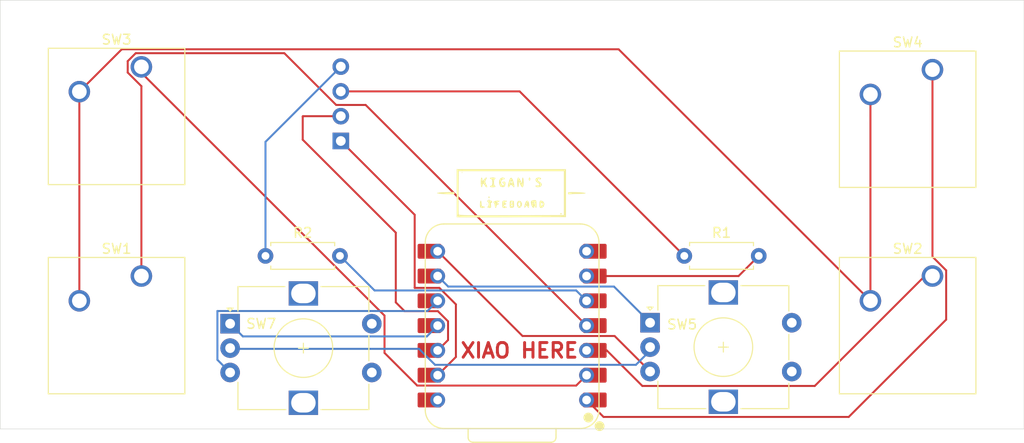
<source format=kicad_pcb>
(kicad_pcb (version 20241229) (generator "pcbnew") (generator_version "9.0")
  (layers (0 "F.Cu" signal) (2 "B.Cu" signal) (13 "F.Paste" user) (15 "B.Paste" user) (5 "F.SilkS" user "F.Silkscreen") (7 "B.SilkS" user "B.Silkscreen") (1 "F.Mask" user) (3 "B.Mask" user) (25 "Edge.Cuts" user))
  (net 0 "")
  (net 1 "Net-(J1-SDA)")
  (net 2 "Net-(J1-SCL)")
  (net 3 "Net-(J1-VCC)")
  (net 4 "Net-(J1-GND)")
  (net 5 "GND")
  (net 6 "Net-(U1-GPIO28_A2_D2)")
  (net 7 "Net-(U1-GPIO7_D5_SCL)")
  (net 8 "Net-(U1-GPIO6_D4_SDA)")
  (net 9 "Net-(U1-GPIO29_A3_D3)")
  (net 10 "Net-(U1-GPIO1_D7_CSn_RX)")
  (net 11 "Net-(U1-GPIO2_D8_SCK)")
  (net 12 "Net-(SW5-PadC)")
  (net 13 "Net-(U1-GPIO4_D9_MISO)")
  (net 14 "Net-(U1-GPIO3_D10_MOSI)")
  (net 15 "Net-(U1-GPIO27_A1_D1)")
  (net 16 "+5V")
  (net 17 "Net-(U1-GPIO26_A0_D0)")
  (footprint "Button_Switch_Keyboard:SW_Cherry_MX_1.00u_PCB" (layer "F.Cu") (at 110.99925 82.42425)
    (property "Reference" "SW3" (at -2.54 -2.794 0) (layer "F.SilkS"))
    (property "Value" "SW_Push")
    (fp_line (start -9.525 -1.905) (end 4.445 -1.905) (stroke (width 0.12)) (layer "F.SilkS"))
    (fp_line (start -9.525 12.065) (end -9.525 -1.905) (stroke (width 0.12)) (layer "F.SilkS"))
    (fp_line (start 4.445 -1.905) (end 4.445 12.065) (stroke (width 0.12)) (layer "F.SilkS"))
    (fp_line (start 4.445 12.065) (end -9.525 12.065) (stroke (width 0.12)) (layer "F.SilkS"))
    (pad "" np_thru_hole circle (at -7.62 5.08) (size 1.7 1.7) (drill 1.7) (layers "*.Cu" "*.Mask"))
    (pad "" np_thru_hole circle (at -2.54 5.08) (size 4 4) (drill 4) (layers "*.Cu" "*.Mask"))
    (pad "" np_thru_hole circle (at 2.54 5.08) (size 1.7 1.7) (drill 1.7) (layers "*.Cu" "*.Mask"))
    (pad "1" thru_hole circle (at 0 0) (size 2.2 2.2) (drill 1.5) (layers "*.Cu" "*.Mask") (net 15 "Net-(U1-GPIO27_A1_D1)"))
    (pad "2" thru_hole circle (at -6.35 2.54) (size 2.2 2.2) (drill 1.5) (layers "*.Cu" "*.Mask") (net 5 "GND"))
  )
  (footprint "Rotary_Encoder:RotaryEncoder_Alps_EC12E-Switch_Vertical_H20mm" (layer "F.Cu") (at 120.08 108.74)
    (property "Reference" "SW7" (at 3.18 0.01 0) (layer "F.SilkS"))
    (property "Value" "RotaryEncoder")
    (fp_line (start -0.3 -1.6) (end 0.3 -1.6) (stroke (width 0.12)) (layer "F.SilkS"))
    (fp_line (start 0 -1.3) (end -0.3 -1.6) (stroke (width 0.12)) (layer "F.SilkS"))
    (fp_line (start 0.3 -1.6) (end 0 -1.3) (stroke (width 0.12)) (layer "F.SilkS"))
    (fp_line (start 0.8 -3.8) (end 0.8 -1.3) (stroke (width 0.12)) (layer "F.SilkS"))
    (fp_line (start 0.8 8.8) (end 0.8 6) (stroke (width 0.12)) (layer "F.SilkS"))
    (fp_line (start 5.6 -3.8) (end 0.8 -3.8) (stroke (width 0.12)) (layer "F.SilkS"))
    (fp_line (start 5.7 8.8) (end 0.8 8.8) (stroke (width 0.12)) (layer "F.SilkS"))
    (fp_line (start 7 2.5) (end 8 2.5) (stroke (width 0.12)) (layer "F.SilkS"))
    (fp_line (start 7.5 2) (end 7.5 3) (stroke (width 0.12)) (layer "F.SilkS"))
    (fp_line (start 9.3 -3.8) (end 14.2 -3.8) (stroke (width 0.12)) (layer "F.SilkS"))
    (fp_line (start 14.2 -3.8) (end 14.2 -1.2) (stroke (width 0.12)) (layer "F.SilkS"))
    (fp_line (start 14.2 1.2) (end 14.2 3.8) (stroke (width 0.12)) (layer "F.SilkS"))
    (fp_line (start 14.2 6.2) (end 14.2 8.8) (stroke (width 0.12)) (layer "F.SilkS"))
    (fp_line (start 14.2 8.8) (end 9.3 8.8) (stroke (width 0.12)) (layer "F.SilkS"))
    (fp_circle (center 7.5 2.5) (end 10.5 2.5) (stroke (width 0.12)) (fill no) (layer "F.SilkS"))
    (pad "A" thru_hole rect (at 0 0) (size 2 2) (drill 1) (layers "*.Cu" "*.Mask") (net 14 "Net-(U1-GPIO3_D10_MOSI)"))
    (pad "B" thru_hole circle (at 0 5) (size 2 2) (drill 1) (layers "*.Cu" "*.Mask") (net 13 "Net-(U1-GPIO4_D9_MISO)"))
    (pad "C" thru_hole circle (at 0 2.5) (size 2 2) (drill 1) (layers "*.Cu" "*.Mask") (net 12 "Net-(SW5-PadC)"))
    (pad "MP" thru_hole rect (at 7.5 -3.1) (size 3 2.5) (drill oval 2.5 2) (layers "*.Cu" "*.Mask"))
    (pad "MP" thru_hole rect (at 7.5 8.1) (size 3 2.5) (drill oval 2.5 2) (layers "*.Cu" "*.Mask"))
    (pad "S1" thru_hole circle (at 14.5 0) (size 2 2) (drill 1) (layers "*.Cu" "*.Mask"))
    (pad "S2" thru_hole circle (at 14.5 5) (size 2 2) (drill 1) (layers "*.Cu" "*.Mask"))
  )
  (footprint "ScottoKeebs_Components:OLED_128x32" (layer "F.Cu") (at 129.80675 80.218)
    (property "Reference" "J1" (hide yes))
    (property "Value" "OLED_128x32")
    (pad "1" thru_hole rect (at 1.6 9.8 180) (size 1.7 1.7) (drill 1) (layers "*.Cu" "*.Mask") (net 4 "Net-(J1-GND)"))
    (pad "2" thru_hole oval (at 1.6 7.26 180) (size 1.7 1.7) (drill 1) (layers "*.Cu" "*.Mask") (net 3 "Net-(J1-VCC)"))
    (pad "3" thru_hole oval (at 1.6 4.72 180) (size 1.7 1.7) (drill 1) (layers "*.Cu" "*.Mask") (net 2 "Net-(J1-SCL)"))
    (pad "4" thru_hole oval (at 1.6 2.18 180) (size 1.7 1.7) (drill 1) (layers "*.Cu" "*.Mask") (net 1 "Net-(J1-SDA)"))
  )
  (footprint "LOGO" (layer "F.Cu") (at 148.86 95.36)
    (property "Reference" "G***" (hide yes))
    (property "Value" "LOGO" (hide yes))
    (fp_poly (pts (xy -2.455334 1.142999) (xy -2.497667 1.185333) (xy -2.540001 1.142999) (xy -2.497667 1.100666)) (fill yes) (layer "F.SilkS"))
    (fp_poly (pts (xy -5.023556 -2.173112) (xy -5.013423 -2.072632) (xy -5.023556 -2.060223) (xy -5.073891 -2.071845) (xy -5.080001 -2.116667) (xy -5.049023 -2.186358)) (fill yes) (layer "F.SilkS"))
    (fp_poly (pts (xy -2.229556 0.620888) (xy -2.241179 0.671222) (xy -2.286001 0.677333) (xy -2.355691 0.646354) (xy -2.342445 0.620888) (xy -2.241966 0.610755)) (fill yes) (layer "F.SilkS"))
    (fp_poly (pts (xy -2.203794 0.403095) (xy -2.201334 0.423333) (xy -2.265763 0.505539) (xy -2.286001 0.507999) (xy -2.368207 0.44357) (xy -2.370667 0.423333) (xy -2.306238 0.341126) (xy -2.286001 0.338666)) (fill yes) (layer "F.SilkS"))
    (fp_poly (pts (xy 1.931456 -1.537755) (xy 1.947333 -1.439334) (xy 1.911876 -1.301754) (xy 1.862666 -1.270001) (xy 1.793876 -1.340913) (xy 1.777999 -1.439334) (xy 1.813455 -1.576915) (xy 1.862666 -1.608667)) (fill yes) (layer "F.SilkS"))
    (fp_poly (pts (xy 5.162206 2.096428) (xy 5.164666 2.116666) (xy 5.100237 2.198872) (xy 5.079999 2.201333) (xy 4.997793 2.136903) (xy 4.995333 2.116666) (xy 5.059762 2.034459) (xy 5.079999 2.031999)) (fill yes) (layer "F.SilkS"))
    (fp_poly (pts (xy -3.076705 0.836428) (xy -3.048732 1.019443) (xy -3.048001 1.058333) (xy -3.029059 1.262572) (xy -2.955112 1.344979) (xy -2.878667 1.354666) (xy -2.741087 1.390122) (xy -2.709334 1.439333) (xy -2.782907 1.49878) (xy -2.960174 1.523993) (xy -2.963334 1.523999) (xy -3.119523 1.512955) (xy -3.193499 1.449185) (xy -3.215898 1.286735) (xy -3.217334 1.142999) (xy -3.200518 0.91578) (xy -3.15797 0.779482) (xy -3.132667 0.761999)) (fill yes) (layer "F.SilkS"))
    (fp_poly (pts (xy -5.818339 -0.066271) (xy -5.805305 0.045676) (xy -5.874866 0.120904) (xy -5.884334 0.122458) (xy -6.000988 0.123961) (xy -6.245472 0.120188) (xy -6.576394 0.11192) (xy -6.794501 0.105281) (xy -7.145653 0.08613) (xy -7.422341 0.056226) (xy -7.588424 0.020313) (xy -7.620001 -0.003067) (xy -7.541118 -0.040131) (xy -7.327579 -0.071073) (xy -7.014048 -0.09183) (xy -6.815667 -0.097367) (xy -6.454713 -0.103749) (xy -6.153072 -0.110344) (xy -5.954248 -0.116138) (xy -5.905501 -0.118534)) (fill yes) (layer "F.SilkS"))
    (fp_poly (pts (xy 6.462256 -0.10783) (xy 6.798635 -0.096971) (xy 7.124319 -0.077545) (xy 7.397072 -0.051346) (xy 7.574662 -0.020164) (xy 7.619999 0.005622) (xy 7.541679 0.040574) (xy 7.332013 0.067615) (xy 7.028943 0.082775) (xy 6.864924 0.084666) (xy 6.511813 0.08984) (xy 6.2154 0.103655) (xy 6.022504 0.123555) (xy 5.984488 0.132771) (xy 5.842271 0.123566) (xy 5.798674 0.083061) (xy 5.786975 -0.040014) (xy 5.811276 -0.071101) (xy 5.926342 -0.096687) (xy 6.157413 -0.108333)) (fill yes) (layer "F.SilkS"))
    (fp_poly (pts (xy 3.246972 0.835497) (xy 3.371346 1.027054) (xy 3.386666 1.142999) (xy 3.318068 1.374327) (xy 3.139281 1.507585) (xy 3.031066 1.523999) (xy 2.934656 1.492505) (xy 2.889284 1.37097) (xy 2.878666 1.142999) (xy 3.047999 1.142999) (xy 3.074333 1.290136) (xy 3.132666 1.312333) (xy 3.211426 1.189476) (xy 3.217333 1.142999) (xy 3.163655 1.000981) (xy 3.132666 0.973666) (xy 3.070248 1.004033) (xy 3.047999 1.142999) (xy 2.878666 1.142999) (xy 2.891264 0.901974) (xy 2.939878 0.788545) (xy 3.031066 0.761999)) (fill yes) (layer "F.SilkS"))
    (fp_poly (pts (xy -2.254072 0.727721) (xy -2.037772 0.775278) (xy -1.960362 0.885915) (xy -1.97184 0.987839) (xy -2.023993 0.978615) (xy -2.082246 0.999549) (xy -2.08402 1.173714) (xy -2.07834 1.222588) (xy -2.064684 1.423116) (xy -2.112677 1.507126) (xy -2.247542 1.523999) (xy -2.404794 1.494525) (xy -2.455334 1.439333) (xy -2.406573 1.356937) (xy -2.391834 1.354606) (xy -2.33983 1.281843) (xy -2.316124 1.142939) (xy -2.329693 0.984095) (xy -2.370566 0.931333) (xy -2.457674 0.865259) (xy -2.477847 0.825499) (xy -2.443454 0.747716) (xy -2.254306 0.727714)) (fill yes) (layer "F.SilkS"))
    (fp_poly (pts (xy -1.229015 0.781042) (xy -1.204662 0.83385) (xy -1.346434 0.916542) (xy -1.375834 0.928694) (xy -1.491079 0.985812) (xy -1.450448 1.008757) (xy -1.418167 1.010632) (xy -1.293739 1.057768) (xy -1.281433 1.139416) (xy -1.389772 1.185239) (xy -1.397001 1.185333) (xy -1.500429 1.255919) (xy -1.524001 1.354666) (xy -1.559457 1.492246) (xy -1.608667 1.523999) (xy -1.668759 1.450591) (xy -1.693334 1.277055) (xy -1.725902 1.086051) (xy -1.799167 0.987167) (xy -1.847549 0.923332) (xy -1.770911 0.848791) (xy -1.609988 0.78748) (xy -1.418167 0.763296)) (fill yes) (layer "F.SilkS"))
    (fp_poly (pts (xy 0.903579 0.80116) (xy 0.974744 0.847561) (xy 1.084343 1.025157) (xy 1.085595 1.236582) (xy 0.995425 1.421597) (xy 0.830762 1.519964) (xy 0.784671 1.523999) (xy 0.670835 1.453793) (xy 0.602573 1.336657) (xy 0.575136 1.167561) (xy 0.694923 1.167561) (xy 0.756258 1.307582) (xy 0.844009 1.354666) (xy 0.909646 1.282226) (xy 0.931333 1.142999) (xy 0.893968 0.973445) (xy 0.805184 0.93596) (xy 0.71716 1.020054) (xy 0.694923 1.167561) (xy 0.575136 1.167561) (xy 0.562816 1.091633) (xy 0.617395 0.897495) (xy 0.739815 0.789064)) (fill yes) (layer "F.SilkS"))
    (fp_poly (pts (xy 1.721002 0.799638) (xy 1.803908 0.99011) (xy 1.826685 1.206499) (xy 1.811405 1.433906) (xy 1.761511 1.519599) (xy 1.688594 1.452211) (xy 1.654011 1.375833) (xy 1.600878 1.273688) (xy 1.53655 1.311553) (xy 1.487452 1.375833) (xy 1.376829 1.502173) (xy 1.329861 1.48678) (xy 1.343339 1.322658) (xy 1.380676 1.142999) (xy 1.414775 1.051277) (xy 1.530683 1.051277) (xy 1.54625 1.161091) (xy 1.575152 1.162402) (xy 1.595363 1.049085) (xy 1.581836 1.000124) (xy 1.544241 0.968054) (xy 1.530683 1.051277) (xy 1.414775 1.051277) (xy 1.481388 0.872096) (xy 1.604163 0.758971)) (fill yes) (layer "F.SilkS"))
    (fp_poly (pts (xy 1.209685 -1.56072) (xy 1.251284 -1.392121) (xy 1.269928 -1.120305) (xy 1.269999 -1.100667) (xy 1.247795 -0.778047) (xy 1.186148 -0.610581) (xy 1.092503 -0.602129) (xy 0.974307 -0.75655) (xy 0.902417 -0.910167) (xy 0.770725 -1.227667) (xy 0.766362 -0.910167) (xy 0.743599 -0.705991) (xy 0.692633 -0.597849) (xy 0.677333 -0.592667) (xy 0.632234 -0.669787) (xy 0.601659 -0.87125) (xy 0.592666 -1.100667) (xy 0.612758 -1.423527) (xy 0.670195 -1.586543) (xy 0.760719 -1.587414) (xy 0.880071 -1.423839) (xy 0.944367 -1.290736) (xy 1.084401 -0.973667) (xy 1.092534 -1.291167) (xy 1.115773 -1.525848) (xy 1.159669 -1.610497)) (fill yes) (layer "F.SilkS"))
    (fp_poly (pts (xy -0.475936 0.779472) (xy -0.439213 0.829748) (xy -0.568389 0.909615) (xy -0.613834 0.928694) (xy -0.729079 0.985812) (xy -0.688448 1.008757) (xy -0.656167 1.010632) (xy -0.531739 1.057768) (xy -0.519433 1.139416) (xy -0.627772 1.185239) (xy -0.635001 1.185333) (xy -0.747673 1.23105) (xy -0.762001 1.269999) (xy -0.693786 1.345938) (xy -0.639998 1.354666) (xy -0.495849 1.406266) (xy -0.465667 1.439333) (xy -0.498752 1.499296) (xy -0.663477 1.523958) (xy -0.672337 1.523999) (xy -0.83157 1.513369) (xy -0.906985 1.450822) (xy -0.929841 1.290374) (xy -0.931334 1.142999) (xy -0.923971 0.908716) (xy -0.881458 0.797752) (xy -0.773158 0.764153) (xy -0.677334 0.761999)) (fill yes) (layer "F.SilkS"))
    (fp_poly (pts (xy 2.920787 -1.596244) (xy 3.035773 -1.528213) (xy 3.047999 -1.484325) (xy 2.991162 -1.398604) (xy 2.925054 -1.407161) (xy 2.755073 -1.434198) (xy 2.700801 -1.369322) (xy 2.771477 -1.252293) (xy 2.871631 -1.177234) (xy 3.079524 -1.005587) (xy 3.121982 -0.838853) (xy 3.031066 -0.694267) (xy 2.868799 -0.613594) (xy 2.664112 -0.595499) (xy 2.512603 -0.648295) (xy 2.511777 -0.649112) (xy 2.456323 -0.754448) (xy 2.547309 -0.794952) (xy 2.666999 -0.782723) (xy 2.8337 -0.792633) (xy 2.878942 -0.878347) (xy 2.799143 -0.994105) (xy 2.68866 -1.059424) (xy 2.526829 -1.19007) (xy 2.465128 -1.360115) (xy 2.520997 -1.508667) (xy 2.552835 -1.533726) (xy 2.737865 -1.600271)) (fill yes) (layer "F.SilkS"))
    (fp_poly (pts (xy -2.503432 -1.548639) (xy -2.574673 -1.396811) (xy -2.662255 -1.231421) (xy -2.65428 -1.088421) (xy -2.58441 -0.935349) (xy -2.483514 -0.724696) (xy -2.464587 -0.622881) (xy -2.523065 -0.593187) (xy -2.541816 -0.592667) (xy -2.637005 -0.661281) (xy -2.72353 -0.801679) (xy -2.830806 -0.948511) (xy -2.92195 -0.936332) (xy -2.963185 -0.771437) (xy -2.963334 -0.757004) (xy -2.999753 -0.62216) (xy -3.048001 -0.592667) (xy -3.093099 -0.669787) (xy -3.123674 -0.87125) (xy -3.132667 -1.100667) (xy -3.119814 -1.371257) (xy -3.086237 -1.554708) (xy -3.048001 -1.608667) (xy -2.980824 -1.536826) (xy -2.960517 -1.418167) (xy -2.957701 -1.227667) (xy -2.798779 -1.418167) (xy -2.642288 -1.567765) (xy -2.533677 -1.610287)) (fill yes) (layer "F.SilkS"))
    (fp_poly (pts (xy -0.719183 -1.564839) (xy -0.677334 -1.484325) (xy -0.734629 -1.398401) (xy -0.797841 -1.406225) (xy -0.930394 -1.386211) (xy -1.024803 -1.255412) (xy -1.054348 -1.07199) (xy -1.016001 -0.931334) (xy -0.902612 -0.791403) (xy -0.803947 -0.775212) (xy -0.762001 -0.889001) (xy -0.807718 -1.001673) (xy -0.846667 -1.016001) (xy -0.928874 -1.08043) (xy -0.931334 -1.100667) (xy -0.860193 -1.168744) (xy -0.756636 -1.185334) (xy -0.637849 -1.157376) (xy -0.601457 -1.041642) (xy -0.60847 -0.910167) (xy -0.653159 -0.71211) (xy -0.765715 -0.626623) (xy -0.86214 -0.60876) (xy -1.077512 -0.639878) (xy -1.17964 -0.75136) (xy -1.265428 -1.029932) (xy -1.243777 -1.295016) (xy -1.130125 -1.501533) (xy -0.939911 -1.604406) (xy -0.886022 -1.608667)) (fill yes) (layer "F.SilkS"))
    (fp_poly (pts (xy 0.043013 -1.561189) (xy 0.152975 -1.374766) (xy 0.237444 -1.119278) (xy 0.296509 -0.847678) (xy 0.30642 -0.661083) (xy 0.27166 -0.583431) (xy 0.196713 -0.638661) (xy 0.158775 -0.699206) (xy 0.039281 -0.818407) (xy -0.089824 -0.838141) (xy -0.165916 -0.754502) (xy -0.169334 -0.719667) (xy -0.232251 -0.607311) (xy -0.28688 -0.592667) (xy -0.345892 -0.61707) (xy -0.357557 -0.713346) (xy -0.321101 -0.916098) (xy -0.275451 -1.104675) (xy -0.263081 -1.143001) (xy -0.084667 -1.143001) (xy -0.040359 -1.030308) (xy -0.002658 -1.016001) (xy 0.043927 -1.078062) (xy 0.030617 -1.143001) (xy -0.029478 -1.254402) (xy -0.051393 -1.270001) (xy -0.08099 -1.200864) (xy -0.084667 -1.143001) (xy -0.263081 -1.143001) (xy -0.171703 -1.426129) (xy -0.065381 -1.578305)) (fill yes) (layer "F.SilkS"))
    (fp_poly (pts (xy -1.709133 -1.587402) (xy -1.611227 -1.535112) (xy -1.608667 -1.524001) (xy -1.673097 -1.441794) (xy -1.693334 -1.439334) (xy -1.746353 -1.364222) (xy -1.775842 -1.176583) (xy -1.778001 -1.100667) (xy -1.759223 -0.888594) (xy -1.712313 -0.770637) (xy -1.693334 -0.762001) (xy -1.611128 -0.697572) (xy -1.608667 -0.677334) (xy -1.683096 -0.621372) (xy -1.866111 -0.593399) (xy -1.905001 -0.592667) (xy -2.100868 -0.613933) (xy -2.198775 -0.666223) (xy -2.201334 -0.677334) (xy -2.132758 -0.752449) (xy -2.074334 -0.762001) (xy -1.986027 -0.817924) (xy -1.949639 -1.003303) (xy -1.947334 -1.100667) (xy -1.968305 -1.336153) (xy -2.037823 -1.433188) (xy -2.074334 -1.439334) (xy -2.187006 -1.485052) (xy -2.201334 -1.524001) (xy -2.126905 -1.579963) (xy -1.943891 -1.607936) (xy -1.905001 -1.608667)) (fill yes) (layer "F.SilkS"))
    (fp_poly (pts (xy 2.453096 0.717175) (xy 2.529587 0.752951) (xy 2.561863 0.865383) (xy 2.575151 1.096196) (xy 2.577913 1.164166) (xy 2.580077 1.412399) (xy 2.550528 1.507794) (xy 2.476352 1.465797) (xy 2.400959 1.375833) (xy 2.316957 1.274291) (xy 2.314289 1.307751) (xy 2.337183 1.375833) (xy 2.334276 1.50104) (xy 2.26693 1.523999) (xy 2.166103 1.450829) (xy 2.068928 1.26942) (xy 2.049833 1.213665) (xy 2.011086 1.015999) (xy 2.285999 1.015999) (xy 2.314886 1.098465) (xy 2.323336 1.100666) (xy 2.395622 1.041337) (xy 2.412999 1.015999) (xy 2.406286 0.93798) (xy 2.375663 0.931333) (xy 2.289445 0.992793) (xy 2.285999 1.015999) (xy 2.011086 1.015999) (xy 1.996364 0.940895) (xy 2.051565 0.784177) (xy 2.227261 0.720657) (xy 2.307166 0.716328)) (fill yes) (layer "F.SilkS"))
    (fp_poly (pts (xy 0.20497 0.783947) (xy 0.262412 0.825499) (xy 0.271441 0.946297) (xy 0.282344 1.157232) (xy 0.283579 1.185333) (xy 0.276264 1.387457) (xy 0.205299 1.477763) (xy 0.063499 1.508456) (xy -0.078803 1.513761) (xy -0.146804 1.4581) (xy -0.167857 1.299201) (xy -0.168157 1.268618) (xy -0.041481 1.268618) (xy -0.023086 1.342248) (xy 0.037336 1.354666) (xy 0.15345 1.335031) (xy 0.169333 1.317329) (xy 0.107291 1.2383) (xy -0.004344 1.236539) (xy -0.041481 1.268618) (xy -0.168157 1.268618) (xy -0.169334 1.148623) (xy -0.162993 0.971157) (xy -0.049115 0.971157) (xy -0.042334 1.015999) (xy 0.030086 1.096682) (xy 0.042333 1.100666) (xy 0.109646 1.041614) (xy 0.126999 1.015999) (xy 0.106894 0.94427) (xy 0.042333 0.931333) (xy -0.049115 0.971157) (xy -0.162993 0.971157) (xy -0.160856 0.91133) (xy -0.118965 0.79806) (xy -0.01898 0.763728) (xy 0.042333 0.761999)) (fill yes) (layer "F.SilkS"))
    (fp_poly (pts (xy 5.596063 -0.000026) (xy 5.596063 2.45899) (xy 0.004031 2.478328) (xy -0.952036 2.481322) (xy -1.856576 2.48355) (xy -2.695638 2.485016) (xy -3.455265 2.485724) (xy -4.121504 2.48568) (xy -4.680401 2.484887) (xy -5.118001 2.48335) (xy -5.420351 2.481074) (xy -5.573496 2.478064) (xy -5.590017 2.476499) (xy -5.590597 2.389795) (xy -5.591251 2.15504) (xy -5.591944 1.79352) (xy -5.592641 1.326516) (xy -5.592983 1.04358) (xy -5.404709 1.04358) (xy -5.402533 1.504275) (xy -5.397265 1.863568) (xy -5.389106 2.097487) (xy -5.380244 2.179341) (xy -5.341193 2.201856) (xy -5.235591 2.22089) (xy -5.05277 2.236611) (xy -4.782068 2.24919) (xy -4.412817 2.258797) (xy -3.934352 2.265602) (xy -3.336009 2.269776) (xy -2.607121 2.271488) (xy -1.737023 2.270909) (xy -0.715051 2.268208) (xy 0.018751 2.265465) (xy 5.376333 2.243666) (xy 5.376333 -0.000001) (xy 5.376333 -2.243667) (xy -0.000001 -2.243667) (xy -5.376334 -2.243667) (xy -5.398996 -0.086125) (xy -5.403597 0.505456) (xy -5.404709 1.04358) (xy -5.592983 1.04358) (xy -5.593308 0.775312) (xy -5.59391 0.161193) (xy -5.594048 -0.001855) (xy -5.596064 -2.459042) (xy -0.000001 -2.459042) (xy 5.596063 -2.459042)) (fill yes) (layer "F.SilkS"))
  )
  (footprint "Button_Switch_Keyboard:SW_Cherry_MX_1.00u_PCB" (layer "F.Cu") (at 191.96175 103.8555)
    (property "Reference" "SW2" (at -2.54 -2.794 0) (layer "F.SilkS"))
    (property "Value" "SW_Push")
    (fp_line (start -9.525 -1.905) (end 4.445 -1.905) (stroke (width 0.12)) (layer "F.SilkS"))
    (fp_line (start -9.525 12.065) (end -9.525 -1.905) (stroke (width 0.12)) (layer "F.SilkS"))
    (fp_line (start 4.445 -1.905) (end 4.445 12.065) (stroke (width 0.12)) (layer "F.SilkS"))
    (fp_line (start 4.445 12.065) (end -9.525 12.065) (stroke (width 0.12)) (layer "F.SilkS"))
    (pad "" np_thru_hole circle (at -7.62 5.08) (size 1.7 1.7) (drill 1.7) (layers "*.Cu" "*.Mask"))
    (pad "" np_thru_hole circle (at -2.54 5.08) (size 4 4) (drill 4) (layers "*.Cu" "*.Mask"))
    (pad "" np_thru_hole circle (at 2.54 5.08) (size 1.7 1.7) (drill 1.7) (layers "*.Cu" "*.Mask"))
    (pad "1" thru_hole circle (at 0 0) (size 2.2 2.2) (drill 1.5) (layers "*.Cu" "*.Mask") (net 6 "Net-(U1-GPIO28_A2_D2)"))
    (pad "2" thru_hole circle (at -6.35 2.54) (size 2.2 2.2) (drill 1.5) (layers "*.Cu" "*.Mask") (net 5 "GND"))
  )
  (footprint "Resistor_THT:R_Axial_DIN0207_L6.3mm_D2.5mm_P7.62mm_Horizontal" (layer "F.Cu") (at 123.69925 101.79175)
    (property "Reference" "R2" (at 3.81 -2.37 0) (layer "F.SilkS"))
    (property "Value" "4.7 kohm")
    (fp_line (start 0.54 -1.37) (end 7.08 -1.37) (stroke (width 0.12)) (layer "F.SilkS"))
    (fp_line (start 0.54 -1.04) (end 0.54 -1.37) (stroke (width 0.12)) (layer "F.SilkS"))
    (fp_line (start 0.54 1.04) (end 0.54 1.37) (stroke (width 0.12)) (layer "F.SilkS"))
    (fp_line (start 0.54 1.37) (end 7.08 1.37) (stroke (width 0.12)) (layer "F.SilkS"))
    (fp_line (start 7.08 -1.37) (end 7.08 -1.04) (stroke (width 0.12)) (layer "F.SilkS"))
    (fp_line (start 7.08 1.37) (end 7.08 1.04) (stroke (width 0.12)) (layer "F.SilkS"))
    (pad "1" thru_hole circle (at 0 0) (size 1.6 1.6) (drill 0.8) (layers "*.Cu" "*.Mask") (net 1 "Net-(J1-SDA)"))
    (pad "2" thru_hole circle (at 7.62 0) (size 1.6 1.6) (drill 0.8) (layers "*.Cu" "*.Mask") (net 8 "Net-(U1-GPIO6_D4_SDA)"))
  )
  (footprint "Button_Switch_Keyboard:SW_Cherry_MX_1.00u_PCB" (layer "F.Cu") (at 110.99925 103.8555)
    (property "Reference" "SW1" (at -2.54 -2.794 0) (layer "F.SilkS"))
    (property "Value" "SW_Push")
    (fp_line (start -9.525 -1.905) (end 4.445 -1.905) (stroke (width 0.12)) (layer "F.SilkS"))
    (fp_line (start -9.525 12.065) (end -9.525 -1.905) (stroke (width 0.12)) (layer "F.SilkS"))
    (fp_line (start 4.445 -1.905) (end 4.445 12.065) (stroke (width 0.12)) (layer "F.SilkS"))
    (fp_line (start 4.445 12.065) (end -9.525 12.065) (stroke (width 0.12)) (layer "F.SilkS"))
    (pad "" np_thru_hole circle (at -7.62 5.08) (size 1.7 1.7) (drill 1.7) (layers "*.Cu" "*.Mask"))
    (pad "" np_thru_hole circle (at -2.54 5.08) (size 4 4) (drill 4) (layers "*.Cu" "*.Mask"))
    (pad "" np_thru_hole circle (at 2.54 5.08) (size 1.7 1.7) (drill 1.7) (layers "*.Cu" "*.Mask"))
    (pad "1" thru_hole circle (at 0 0) (size 2.2 2.2) (drill 1.5) (layers "*.Cu" "*.Mask") (net 9 "Net-(U1-GPIO29_A3_D3)"))
    (pad "2" thru_hole circle (at -6.35 2.54) (size 2.2 2.2) (drill 1.5) (layers "*.Cu" "*.Mask") (net 5 "GND"))
  )
  (footprint "Rotary_Encoder:RotaryEncoder_Alps_EC12E-Switch_Vertical_H20mm" (layer "F.Cu") (at 163.06 108.64)
    (property "Reference" "SW5" (at 3.28 0.18 0) (layer "F.SilkS"))
    (property "Value" "RotaryEncoder")
    (fp_line (start -0.3 -1.6) (end 0.3 -1.6) (stroke (width 0.12)) (layer "F.SilkS"))
    (fp_line (start 0 -1.3) (end -0.3 -1.6) (stroke (width 0.12)) (layer "F.SilkS"))
    (fp_line (start 0.3 -1.6) (end 0 -1.3) (stroke (width 0.12)) (layer "F.SilkS"))
    (fp_line (start 0.8 -3.8) (end 0.8 -1.3) (stroke (width 0.12)) (layer "F.SilkS"))
    (fp_line (start 0.8 8.8) (end 0.8 6) (stroke (width 0.12)) (layer "F.SilkS"))
    (fp_line (start 5.6 -3.8) (end 0.8 -3.8) (stroke (width 0.12)) (layer "F.SilkS"))
    (fp_line (start 5.7 8.8) (end 0.8 8.8) (stroke (width 0.12)) (layer "F.SilkS"))
    (fp_line (start 7 2.5) (end 8 2.5) (stroke (width 0.12)) (layer "F.SilkS"))
    (fp_line (start 7.5 2) (end 7.5 3) (stroke (width 0.12)) (layer "F.SilkS"))
    (fp_line (start 9.3 -3.8) (end 14.2 -3.8) (stroke (width 0.12)) (layer "F.SilkS"))
    (fp_line (start 14.2 -3.8) (end 14.2 -1.2) (stroke (width 0.12)) (layer "F.SilkS"))
    (fp_line (start 14.2 1.2) (end 14.2 3.8) (stroke (width 0.12)) (layer "F.SilkS"))
    (fp_line (start 14.2 6.2) (end 14.2 8.8) (stroke (width 0.12)) (layer "F.SilkS"))
    (fp_line (start 14.2 8.8) (end 9.3 8.8) (stroke (width 0.12)) (layer "F.SilkS"))
    (fp_circle (center 7.5 2.5) (end 10.5 2.5) (stroke (width 0.12)) (fill no) (layer "F.SilkS"))
    (pad "A" thru_hole rect (at 0 0) (size 2 2) (drill 1) (layers "*.Cu" "*.Mask") (net 11 "Net-(U1-GPIO2_D8_SCK)"))
    (pad "B" thru_hole circle (at 0 5) (size 2 2) (drill 1) (layers "*.Cu" "*.Mask") (net 10 "Net-(U1-GPIO1_D7_CSn_RX)"))
    (pad "C" thru_hole circle (at 0 2.5) (size 2 2) (drill 1) (layers "*.Cu" "*.Mask") (net 12 "Net-(SW5-PadC)"))
    (pad "MP" thru_hole rect (at 7.5 -3.1) (size 3 2.5) (drill oval 2.5 2) (layers "*.Cu" "*.Mask"))
    (pad "MP" thru_hole rect (at 7.5 8.1) (size 3 2.5) (drill oval 2.5 2) (layers "*.Cu" "*.Mask"))
    (pad "S1" thru_hole circle (at 14.5 0) (size 2 2) (drill 1) (layers "*.Cu" "*.Mask"))
    (pad "S2" thru_hole circle (at 14.5 5) (size 2 2) (drill 1) (layers "*.Cu" "*.Mask"))
  )
  (footprint "Resistor_THT:R_Axial_DIN0207_L6.3mm_D2.5mm_P7.62mm_Horizontal" (layer "F.Cu") (at 166.56175 101.79175)
    (property "Reference" "R1" (at 3.81 -2.37 0) (layer "F.SilkS"))
    (property "Value" "4.7 kohm")
    (fp_line (start 0.54 -1.37) (end 7.08 -1.37) (stroke (width 0.12)) (layer "F.SilkS"))
    (fp_line (start 0.54 -1.04) (end 0.54 -1.37) (stroke (width 0.12)) (layer "F.SilkS"))
    (fp_line (start 0.54 1.04) (end 0.54 1.37) (stroke (width 0.12)) (layer "F.SilkS"))
    (fp_line (start 0.54 1.37) (end 7.08 1.37) (stroke (width 0.12)) (layer "F.SilkS"))
    (fp_line (start 7.08 -1.37) (end 7.08 -1.04) (stroke (width 0.12)) (layer "F.SilkS"))
    (fp_line (start 7.08 1.37) (end 7.08 1.04) (stroke (width 0.12)) (layer "F.SilkS"))
    (pad "1" thru_hole circle (at 0 0) (size 1.6 1.6) (drill 0.8) (layers "*.Cu" "*.Mask") (net 2 "Net-(J1-SCL)"))
    (pad "2" thru_hole circle (at 7.62 0) (size 1.6 1.6) (drill 0.8) (layers "*.Cu" "*.Mask") (net 7 "Net-(U1-GPIO7_D5_SCL)"))
  )
  (footprint "Button_Switch_Keyboard:SW_Cherry_MX_1.00u_PCB" (layer "F.Cu") (at 191.96175 82.708)
    (property "Reference" "SW4" (at -2.54 -2.794 0) (layer "F.SilkS"))
    (property "Value" "SW_Push")
    (fp_line (start -9.525 -1.905) (end 4.445 -1.905) (stroke (width 0.12)) (layer "F.SilkS"))
    (fp_line (start -9.525 12.065) (end -9.525 -1.905) (stroke (width 0.12)) (layer "F.SilkS"))
    (fp_line (start 4.445 -1.905) (end 4.445 12.065) (stroke (width 0.12)) (layer "F.SilkS"))
    (fp_line (start 4.445 12.065) (end -9.525 12.065) (stroke (width 0.12)) (layer "F.SilkS"))
    (pad "" np_thru_hole circle (at -7.62 5.08) (size 1.7 1.7) (drill 1.7) (layers "*.Cu" "*.Mask"))
    (pad "" np_thru_hole circle (at -2.54 5.08) (size 4 4) (drill 4) (layers "*.Cu" "*.Mask"))
    (pad "" np_thru_hole circle (at 2.54 5.08) (size 1.7 1.7) (drill 1.7) (layers "*.Cu" "*.Mask"))
    (pad "1" thru_hole circle (at 0 0) (size 2.2 2.2) (drill 1.5) (layers "*.Cu" "*.Mask") (net 17 "Net-(U1-GPIO26_A0_D0)"))
    (pad "2" thru_hole circle (at -6.35 2.54) (size 2.2 2.2) (drill 1.5) (layers "*.Cu" "*.Mask") (net 5 "GND"))
  )
  (footprint "Hackpad:XIAO-RP2040-DIP" (layer "F.Cu") (at 148.9405 108.9355 180)
    (property "Reference" "U1" (hide yes))
    (property "Value" "XIAO-RP2040-SMD")
    (fp_line (start 8.89 8.509) (end 8.89 -8.636) (stroke (width 0.127)) (layer "F.SilkS"))
    (fp_line (start 6.985 -10.541) (end -6.985 -10.541) (stroke (width 0.1)) (layer "F.SilkS"))
    (fp_line (start 6.985 -10.541) (end -6.985 -10.541) (stroke (width 0.127)) (layer "F.SilkS"))
    (fp_line (start 4.504 -11.451) (end 4.504 -10.541) (stroke (width 0.127)) (layer "F.SilkS"))
    (fp_line (start -3.991272 -11.951) (end 4.004 -11.951) (stroke (width 0.127)) (layer "F.SilkS"))
    (fp_line (start -4.495 -10.541) (end -4.491272 -11.451272) (stroke (width 0.127)) (layer "F.SilkS"))
    (fp_line (start -6.985 10.414) (end 6.985 10.414) (stroke (width 0.127)) (layer "F.SilkS"))
    (fp_line (start -8.89 8.509) (end -8.89 -8.636) (stroke (width 0.127)) (layer "F.SilkS"))
    (fp_arc (start 8.89 8.509) (mid 8.332038 9.856038) (end 6.985 10.414) (stroke (width 0.127)) (layer "F.SilkS"))
    (fp_arc (start 6.985 -10.541) (mid 8.332038 -9.983038) (end 8.89 -8.636) (stroke (width 0.127)) (layer "F.SilkS"))
    (fp_arc (start 4.004 -11.951) (mid 4.357553 -11.804553) (end 4.504 -11.451) (stroke (width 0.127)) (layer "F.SilkS"))
    (fp_arc (start -4.491272 -11.451272) (mid -4.344728 -11.80464) (end -3.991272 -11.951) (stroke (width 0.127)) (layer "F.SilkS"))
    (fp_arc (start -6.985 10.414) (mid -8.332038 9.856038) (end -8.89 8.509) (stroke (width 0.127)) (layer "F.SilkS"))
    (fp_arc (start -8.89 -8.636) (mid -8.332038 -9.983038) (end -6.985 -10.541) (stroke (width 0.127)) (layer "F.SilkS"))
    (fp_circle (center -7.807 -9.42) (end -7.807 -9.674) (stroke (width 0.5)) (fill yes) (layer "F.SilkS"))
    (fp_circle (center -8.95 -10.3) (end -8.95 -10.554) (stroke (width 0.5)) (fill yes) (layer "F.SilkS"))
    (pad "1" smd roundrect (at -8.455 -7.62) (size 2.432 1.524) (layers "F.Cu" "F.Mask") (roundrect_rratio 0.1) (net 17 "Net-(U1-GPIO26_A0_D0)"))
    (pad "1" thru_hole circle (at -7.62 -7.62) (size 1.524 1.524) (drill 0.889) (layers "*.Cu" "*.Mask") (net 17 "Net-(U1-GPIO26_A0_D0)"))
    (pad "2" smd roundrect (at -8.455 -5.08) (size 2.432 1.524) (layers "F.Cu" "F.Mask") (roundrect_rratio 0.1) (net 15 "Net-(U1-GPIO27_A1_D1)"))
    (pad "2" thru_hole circle (at -7.62 -5.08) (size 1.524 1.524) (drill 0.889) (layers "*.Cu" "*.Mask") (net 15 "Net-(U1-GPIO27_A1_D1)"))
    (pad "3" smd roundrect (at -8.455 -2.54) (size 2.432 1.524) (layers "F.Cu" "F.Mask") (roundrect_rratio 0.1) (net 6 "Net-(U1-GPIO28_A2_D2)"))
    (pad "3" thru_hole circle (at -7.62 -2.54) (size 1.524 1.524) (drill 0.889) (layers "*.Cu" "*.Mask") (net 6 "Net-(U1-GPIO28_A2_D2)"))
    (pad "4" smd roundrect (at -8.455 0) (size 2.432 1.524) (layers "F.Cu" "F.Mask") (roundrect_rratio 0.1) (net 9 "Net-(U1-GPIO29_A3_D3)"))
    (pad "4" thru_hole circle (at -7.62 0) (size 1.524 1.524) (drill 0.889) (layers "*.Cu" "*.Mask") (net 9 "Net-(U1-GPIO29_A3_D3)"))
    (pad "5" smd roundrect (at -8.455 2.54) (size 2.432 1.524) (layers "F.Cu" "F.Mask") (roundrect_rratio 0.1) (net 8 "Net-(U1-GPIO6_D4_SDA)"))
    (pad "5" thru_hole circle (at -7.62 2.54) (size 1.524 1.524) (drill 0.889) (layers "*.Cu" "*.Mask") (net 8 "Net-(U1-GPIO6_D4_SDA)"))
    (pad "6" smd roundrect (at -8.455 5.08) (size 2.432 1.524) (layers "F.Cu" "F.Mask") (roundrect_rratio 0.1) (net 7 "Net-(U1-GPIO7_D5_SCL)"))
    (pad "6" thru_hole circle (at -7.62 5.08) (size 1.524 1.524) (drill 0.889) (layers "*.Cu" "*.Mask") (net 7 "Net-(U1-GPIO7_D5_SCL)"))
    (pad "7" smd roundrect (at -8.455 7.62) (size 2.432 1.524) (layers "F.Cu" "F.Mask") (roundrect_rratio 0.1))
    (pad "7" thru_hole circle (at -7.62 7.62) (size 1.524 1.524) (drill 0.889) (layers "*.Cu" "*.Mask"))
    (pad "8" thru_hole circle (at 7.62 7.62 180) (size 1.524 1.524) (drill 0.889) (layers "*.Cu" "*.Mask") (net 10 "Net-(U1-GPIO1_D7_CSn_RX)"))
    (pad "8" smd roundrect (at 8.455 7.62 180) (size 2.432 1.524) (layers "F.Cu" "F.Mask") (roundrect_rratio 0.1) (net 10 "Net-(U1-GPIO1_D7_CSn_RX)"))
    (pad "9" thru_hole circle (at 7.62 5.08 180) (size 1.524 1.524) (drill 0.889) (layers "*.Cu" "*.Mask") (net 11 "Net-(U1-GPIO2_D8_SCK)"))
    (pad "9" smd roundrect (at 8.455 5.08 180) (size 2.432 1.524) (layers "F.Cu" "F.Mask") (roundrect_rratio 0.1) (net 11 "Net-(U1-GPIO2_D8_SCK)"))
    (pad "10" thru_hole circle (at 7.62 2.54 180) (size 1.524 1.524) (drill 0.889) (layers "*.Cu" "*.Mask") (net 13 "Net-(U1-GPIO4_D9_MISO)"))
    (pad "10" smd roundrect (at 8.455 2.54 180) (size 2.432 1.524) (layers "F.Cu" "F.Mask") (roundrect_rratio 0.1) (net 13 "Net-(U1-GPIO4_D9_MISO)"))
    (pad "11" thru_hole circle (at 7.62 0 180) (size 1.524 1.524) (drill 0.889) (layers "*.Cu" "*.Mask") (net 14 "Net-(U1-GPIO3_D10_MOSI)"))
    (pad "11" smd roundrect (at 8.455 0 180) (size 2.432 1.524) (layers "F.Cu" "F.Mask") (roundrect_rratio 0.1) (net 14 "Net-(U1-GPIO3_D10_MOSI)"))
    (pad "12" thru_hole circle (at 7.62 -2.54 180) (size 1.524 1.524) (drill 0.889) (layers "*.Cu" "*.Mask") (net 3 "Net-(J1-VCC)"))
    (pad "12" smd roundrect (at 8.455 -2.54 180) (size 2.432 1.524) (layers "F.Cu" "F.Mask") (roundrect_rratio 0.1) (net 3 "Net-(J1-VCC)"))
    (pad "13" thru_hole circle (at 7.62 -5.08 180) (size 1.524 1.524) (drill 0.889) (layers "*.Cu" "*.Mask") (net 4 "Net-(J1-GND)"))
    (pad "13" smd roundrect (at 8.455 -5.08 180) (size 2.432 1.524) (layers "F.Cu" "F.Mask") (roundrect_rratio 0.1) (net 4 "Net-(J1-GND)"))
    (pad "14" thru_hole circle (at 7.62 -7.62 180) (size 1.524 1.524) (drill 0.889) (layers "*.Cu" "*.Mask") (net 16 "+5V"))
    (pad "14" smd roundrect (at 8.455 -7.62 180) (size 2.432 1.524) (layers "F.Cu" "F.Mask") (roundrect_rratio 0.1) (net 16 "+5V"))
  )
  (gr_rect (start 96.553 75.598) (end 201.328 119.52175) (stroke (width 0.05)) (fill no) (layer "Edge.Cuts"))
  (gr_text "XIAO HERE" (at 143.52 112.37 0) (layer "F.Cu") (effects (font (size 1.5 1.5) (thickness 0.3) (bold yes)) (justify left bottom)))
  (segment (start 131.40675 82.398) (end 123.69925 90.1055) (width 0.2) (layer "B.Cu") (net 1))
  (segment (start 123.69925 90.1055) (end 123.69925 101.79175) (width 0.2) (layer "B.Cu") (net 1))
  (segment (start 149.708 84.938) (end 131.40675 84.938) (width 0.2) (layer "F.Cu") (net 2))
  (segment (start 166.56175 101.79175) (end 149.708 84.938) (width 0.2) (layer "F.Cu") (net 2))
  (segment (start 141.3205 111.4755) (end 142.3835 110.4125) (width 0.2) (layer "F.Cu") (net 3))
  (segment (start 142.3835 108.49519) (end 141.34681 107.4585) (width 0.2) (layer "F.Cu") (net 3))
  (segment (start 137.9385 107.4585) (end 137.03425 106.55425) (width 0.2) (layer "F.Cu") (net 3))
  (segment (start 137.03425 99.4105) (end 127.50925 89.8855) (width 0.2) (layer "F.Cu") (net 3))
  (segment (start 142.3835 110.4125) (end 142.3835 108.49519) (width 0.2) (layer "F.Cu") (net 3))
  (segment (start 127.5355 87.478) (end 131.40675 87.478) (width 0.2) (layer "F.Cu") (net 3))
  (segment (start 137.03425 106.55425) (end 137.03425 99.4105) (width 0.2) (layer "F.Cu") (net 3))
  (segment (start 141.34681 107.4585) (end 137.9385 107.4585) (width 0.2) (layer "F.Cu") (net 3))
  (segment (start 127.50925 89.8855) (end 127.50925 87.50425) (width 0.2) (layer "F.Cu") (net 3))
  (segment (start 127.50925 87.50425) (end 127.5355 87.478) (width 0.2) (layer "F.Cu") (net 3))
  (segment (start 131.40675 90.018) (end 138.9685 97.57975) (width 0.2) (layer "F.Cu") (net 4))
  (segment (start 138.9685 97.57975) (end 138.9685 105.071126) (width 0.2) (layer "F.Cu") (net 4))
  (segment (start 143.1855 106.75719) (end 143.1855 112.1505) (width 0.2) (layer "F.Cu") (net 4))
  (segment (start 141.499436 105.071126) (end 143.1855 106.75719) (width 0.2) (layer "F.Cu") (net 4))
  (segment (start 138.9685 105.071126) (end 141.499436 105.071126) (width 0.2) (layer "F.Cu") (net 4))
  (segment (start 143.1855 112.1505) (end 141.3205 114.0155) (width 0.2) (layer "F.Cu") (net 4))
  (segment (start 104.64925 84.96425) (end 104.64925 106.3955) (width 0.2) (layer "F.Cu") (net 5))
  (segment (start 108.99125 80.62225) (end 104.64925 84.96425) (width 0.2) (layer "F.Cu") (net 5))
  (segment (start 185.61175 106.3955) (end 185.61175 85.248) (width 0.2) (layer "F.Cu") (net 5))
  (segment (start 185.61175 106.3955) (end 159.8385 80.62225) (width 0.2) (layer "F.Cu") (net 5))
  (segment (start 159.8385 80.62225) (end 108.99125 80.62225) (width 0.2) (layer "F.Cu") (net 5))
  (segment (start 156.5605 111.4755) (end 158.62425 111.4755) (width 0.2) (layer "F.Cu") (net 6))
  (segment (start 158.62425 111.4755) (end 162.2665 115.11775) (width 0.2) (layer "F.Cu") (net 6))
  (segment (start 162.2665 115.11775) (end 179.914684 115.11775) (width 0.2) (layer "F.Cu") (net 6))
  (segment (start 179.914684 115.11775) (end 191.176934 103.8555) (width 0.2) (layer "F.Cu") (net 6))
  (segment (start 191.176934 103.8555) (end 191.96175 103.8555) (width 0.2) (layer "F.Cu") (net 6))
  (segment (start 156.5605 103.8555) (end 172.118 103.8555) (width 0.2) (layer "F.Cu") (net 7))
  (segment (start 172.118 103.8555) (end 174.18175 101.79175) (width 0.2) (layer "F.Cu") (net 7))
  (segment (start 156.5605 106.3955) (end 155.4975 105.3325) (width 0.2) (layer "B.Cu") (net 8))
  (segment (start 155.4975 105.3325) (end 134.86 105.3325) (width 0.2) (layer "B.Cu") (net 8))
  (segment (start 134.86 105.3325) (end 131.31925 101.79175) (width 0.2) (layer "B.Cu") (net 8))
  (segment (start 109.59825 83.004564) (end 110.99925 84.405564) (width 0.2) (layer "F.Cu") (net 9))
  (segment (start 125.62624 81.02325) (end 110.418936 81.02325) (width 0.2) (layer "F.Cu") (net 9))
  (segment (start 156.5605 108.9355) (end 133.952 86.327) (width 0.2) (layer "F.Cu") (net 9))
  (segment (start 110.418936 81.02325) (end 109.59825 81.843936) (width 0.2) (layer "F.Cu") (net 9))
  (segment (start 110.99925 84.405564) (end 110.99925 103.8555) (width 0.2) (layer "F.Cu") (net 9))
  (segment (start 133.952 86.327) (end 130.92999 86.327) (width 0.2) (layer "F.Cu") (net 9))
  (segment (start 109.59825 81.843936) (end 109.59825 83.004564) (width 0.2) (layer "F.Cu") (net 9))
  (segment (start 130.92999 86.327) (end 125.62624 81.02325) (width 0.2) (layer "F.Cu") (net 9))
  (segment (start 163.24675 113.81675) (end 159.4285 109.9985) (width 0.2) (layer "F.Cu") (net 10))
  (segment (start 150.0035 109.9985) (end 141.3205 101.3155) (width 0.2) (layer "F.Cu") (net 10))
  (segment (start 159.4285 109.9985) (end 150.0035 109.9985) (width 0.2) (layer "F.Cu") (net 10))
  (segment (start 162.3025 107.8725) (end 163.24675 108.81675) (width 0.2) (layer "F.Cu") (net 11))
  (segment (start 141.3205 103.8555) (end 140.24287 103.8555) (width 0.2) (layer "F.Cu") (net 11))
  (segment (start 142.3965 104.9315) (end 141.3205 103.8555) (width 0.2) (layer "B.Cu") (net 11))
  (segment (start 159.3615 104.9315) (end 142.3965 104.9315) (width 0.2) (layer "B.Cu") (net 11))
  (segment (start 163.24675 108.81675) (end 159.3615 104.9315) (width 0.2) (layer "B.Cu") (net 11))
  (segment (start 120.25925 111.31675) (end 139.4155 111.31675) (width 0.2) (layer "B.Cu") (net 12))
  (segment (start 141.05125 112.9525) (end 161.611 112.9525) (width 0.2) (layer "B.Cu") (net 12))
  (segment (start 139.4155 111.31675) (end 141.05125 112.9525) (width 0.2) (layer "B.Cu") (net 12))
  (segment (start 161.611 112.9525) (end 163.24675 111.31675) (width 0.2) (layer "B.Cu") (net 12))
  (segment (start 141.3205 106.3955) (end 139.57425 106.3955) (width 0.2) (layer "F.Cu") (net 13))
  (segment (start 140.277 107.439) (end 141.3205 106.3955) (width 0.2) (layer "B.Cu") (net 13))
  (segment (start 118.779 112.439) (end 118.779 107.439) (width 0.2) (layer "B.Cu") (net 13))
  (segment (start 120.08 113.74) (end 118.779 112.439) (width 0.2) (layer "B.Cu") (net 13))
  (segment (start 118.779 107.439) (end 140.277 107.439) (width 0.2) (layer "B.Cu") (net 13))
  (segment (start 140.215 110.041) (end 141.3205 108.9355) (width 0.2) (layer "B.Cu") (net 14))
  (segment (start 121.381 110.041) (end 140.215 110.041) (width 0.2) (layer "B.Cu") (net 14))
  (segment (start 120.08 108.74) (end 121.381 110.041) (width 0.2) (layer "B.Cu") (net 14))
  (segment (start 139.229874 115.0785) (end 135.881 111.729626) (width 0.2) (layer "F.Cu") (net 15))
  (segment (start 110.99925 83.0288) (end 110.99925 82.42425) (width 0.2) (layer "F.Cu") (net 15))
  (segment (start 135.881 107.91055) (end 110.99925 83.0288) (width 0.2) (layer "F.Cu") (net 15))
  (segment (start 156.5605 114.0155) (end 155.4975 115.0785) (width 0.2) (layer "F.Cu") (net 15))
  (segment (start 135.881 111.729626) (end 135.881 107.91055) (width 0.2) (layer "F.Cu") (net 15))
  (segment (start 155.4975 115.0785) (end 139.229874 115.0785) (width 0.2) (layer "F.Cu") (net 15))
  (segment (start 191.96175 101.874186) (end 193.36275 103.275186) (width 0.2) (layer "F.Cu") (net 17))
  (segment (start 191.176934 82.708) (end 191.96175 82.708) (width 0.2) (layer "F.Cu") (net 17))
  (segment (start 193.36275 108.319316) (end 183.391066 118.291) (width 0.2) (layer "F.Cu") (net 17))
  (segment (start 193.36275 103.275186) (end 193.36275 108.319316) (width 0.2) (layer "F.Cu") (net 17))
  (segment (start 191.96175 82.708) (end 191.96175 101.874186) (width 0.2) (layer "F.Cu") (net 17))
  (segment (start 158.296 118.291) (end 156.5605 116.5555) (width 0.2) (layer "F.Cu") (net 17))
  (segment (start 183.391066 118.291) (end 158.296 118.291) (width 0.2) (layer "F.Cu") (net 17))
)
</source>
